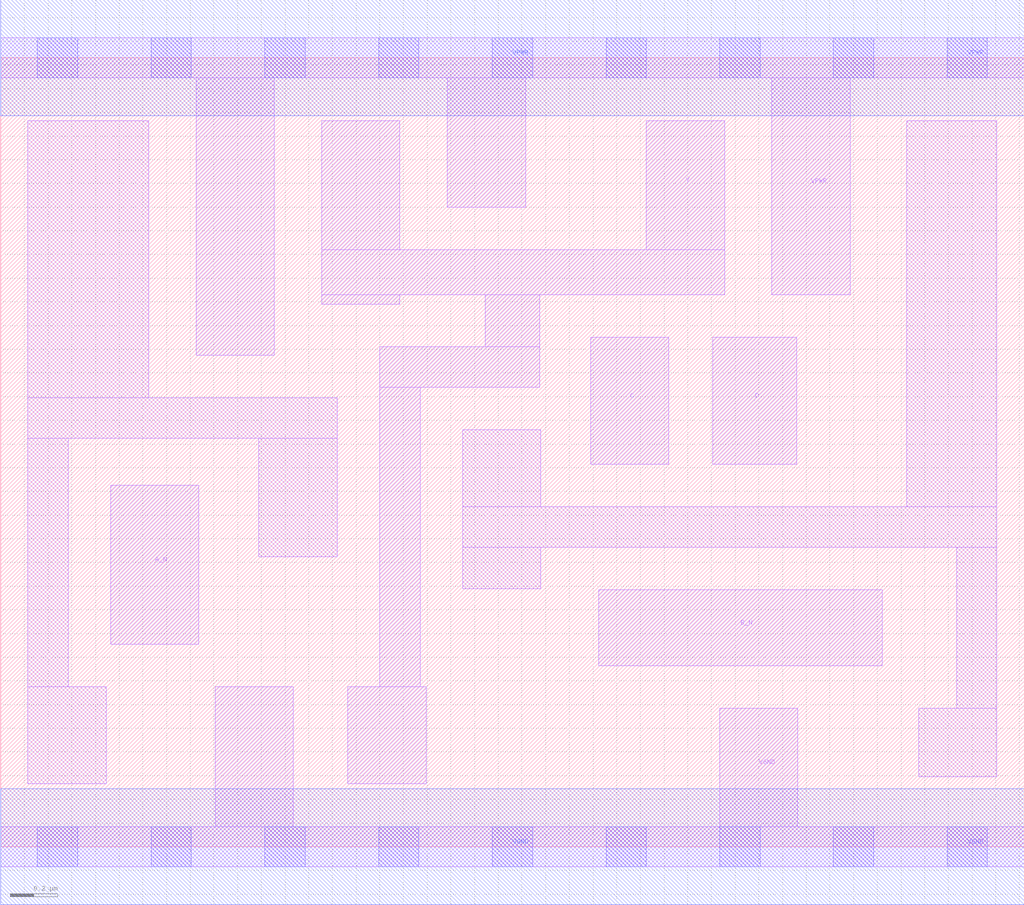
<source format=lef>
# Copyright 2020 The SkyWater PDK Authors
#
# Licensed under the Apache License, Version 2.0 (the "License");
# you may not use this file except in compliance with the License.
# You may obtain a copy of the License at
#
#     https://www.apache.org/licenses/LICENSE-2.0
#
# Unless required by applicable law or agreed to in writing, software
# distributed under the License is distributed on an "AS IS" BASIS,
# WITHOUT WARRANTIES OR CONDITIONS OF ANY KIND, either express or implied.
# See the License for the specific language governing permissions and
# limitations under the License.
#
# SPDX-License-Identifier: Apache-2.0

VERSION 5.7 ;
  NAMESCASESENSITIVE ON ;
  NOWIREEXTENSIONATPIN ON ;
  DIVIDERCHAR "/" ;
  BUSBITCHARS "[]" ;
UNITS
  DATABASE MICRONS 200 ;
END UNITS
MACRO sky130_fd_sc_lp__nand4bb_lp
  CLASS CORE ;
  SOURCE USER ;
  FOREIGN sky130_fd_sc_lp__nand4bb_lp ;
  ORIGIN  0.000000  0.000000 ;
  SIZE  4.320000 BY  3.330000 ;
  SYMMETRY X Y R90 ;
  SITE unit ;
  PIN A_N
    ANTENNAGATEAREA  0.376000 ;
    DIRECTION INPUT ;
    USE SIGNAL ;
    PORT
      LAYER li1 ;
        RECT 0.465000 0.855000 0.835000 1.525000 ;
    END
  END A_N
  PIN B_N
    ANTENNAGATEAREA  0.376000 ;
    DIRECTION INPUT ;
    USE SIGNAL ;
    PORT
      LAYER li1 ;
        RECT 2.525000 0.765000 3.720000 1.085000 ;
    END
  END B_N
  PIN C
    ANTENNAGATEAREA  0.313000 ;
    DIRECTION INPUT ;
    USE SIGNAL ;
    PORT
      LAYER li1 ;
        RECT 2.490000 1.615000 2.820000 2.150000 ;
    END
  END C
  PIN D
    ANTENNAGATEAREA  0.313000 ;
    DIRECTION INPUT ;
    USE SIGNAL ;
    PORT
      LAYER li1 ;
        RECT 3.005000 1.615000 3.360000 2.150000 ;
    END
  END D
  PIN Y
    ANTENNADIFFAREA  0.679700 ;
    DIRECTION OUTPUT ;
    USE SIGNAL ;
    PORT
      LAYER li1 ;
        RECT 1.355000 2.290000 1.685000 2.330000 ;
        RECT 1.355000 2.330000 3.055000 2.520000 ;
        RECT 1.355000 2.520000 1.685000 3.065000 ;
        RECT 1.465000 0.265000 1.795000 0.675000 ;
        RECT 1.600000 0.675000 1.770000 1.940000 ;
        RECT 1.600000 1.940000 2.275000 2.110000 ;
        RECT 2.045000 2.110000 2.275000 2.330000 ;
        RECT 2.725000 2.520000 3.055000 3.065000 ;
    END
  END Y
  PIN VGND
    DIRECTION INOUT ;
    USE GROUND ;
    PORT
      LAYER li1 ;
        RECT 0.000000 -0.085000 4.320000 0.085000 ;
        RECT 0.905000  0.085000 1.235000 0.675000 ;
        RECT 3.035000  0.085000 3.365000 0.585000 ;
      LAYER mcon ;
        RECT 0.155000 -0.085000 0.325000 0.085000 ;
        RECT 0.635000 -0.085000 0.805000 0.085000 ;
        RECT 1.115000 -0.085000 1.285000 0.085000 ;
        RECT 1.595000 -0.085000 1.765000 0.085000 ;
        RECT 2.075000 -0.085000 2.245000 0.085000 ;
        RECT 2.555000 -0.085000 2.725000 0.085000 ;
        RECT 3.035000 -0.085000 3.205000 0.085000 ;
        RECT 3.515000 -0.085000 3.685000 0.085000 ;
        RECT 3.995000 -0.085000 4.165000 0.085000 ;
      LAYER met1 ;
        RECT 0.000000 -0.245000 4.320000 0.245000 ;
    END
  END VGND
  PIN VPWR
    DIRECTION INOUT ;
    USE POWER ;
    PORT
      LAYER li1 ;
        RECT 0.000000 3.245000 4.320000 3.415000 ;
        RECT 0.825000 2.075000 1.155000 3.245000 ;
        RECT 1.885000 2.700000 2.215000 3.245000 ;
        RECT 3.255000 2.330000 3.585000 3.245000 ;
      LAYER mcon ;
        RECT 0.155000 3.245000 0.325000 3.415000 ;
        RECT 0.635000 3.245000 0.805000 3.415000 ;
        RECT 1.115000 3.245000 1.285000 3.415000 ;
        RECT 1.595000 3.245000 1.765000 3.415000 ;
        RECT 2.075000 3.245000 2.245000 3.415000 ;
        RECT 2.555000 3.245000 2.725000 3.415000 ;
        RECT 3.035000 3.245000 3.205000 3.415000 ;
        RECT 3.515000 3.245000 3.685000 3.415000 ;
        RECT 3.995000 3.245000 4.165000 3.415000 ;
      LAYER met1 ;
        RECT 0.000000 3.085000 4.320000 3.575000 ;
    END
  END VPWR
  OBS
    LAYER li1 ;
      RECT 0.115000 0.265000 0.445000 0.675000 ;
      RECT 0.115000 0.675000 0.285000 1.725000 ;
      RECT 0.115000 1.725000 1.420000 1.895000 ;
      RECT 0.115000 1.895000 0.625000 3.065000 ;
      RECT 1.090000 1.225000 1.420000 1.725000 ;
      RECT 1.950000 1.090000 2.280000 1.265000 ;
      RECT 1.950000 1.265000 4.205000 1.435000 ;
      RECT 1.950000 1.435000 2.280000 1.760000 ;
      RECT 3.825000 1.435000 4.205000 3.065000 ;
      RECT 3.875000 0.295000 4.205000 0.585000 ;
      RECT 4.035000 0.585000 4.205000 1.265000 ;
  END
END sky130_fd_sc_lp__nand4bb_lp

</source>
